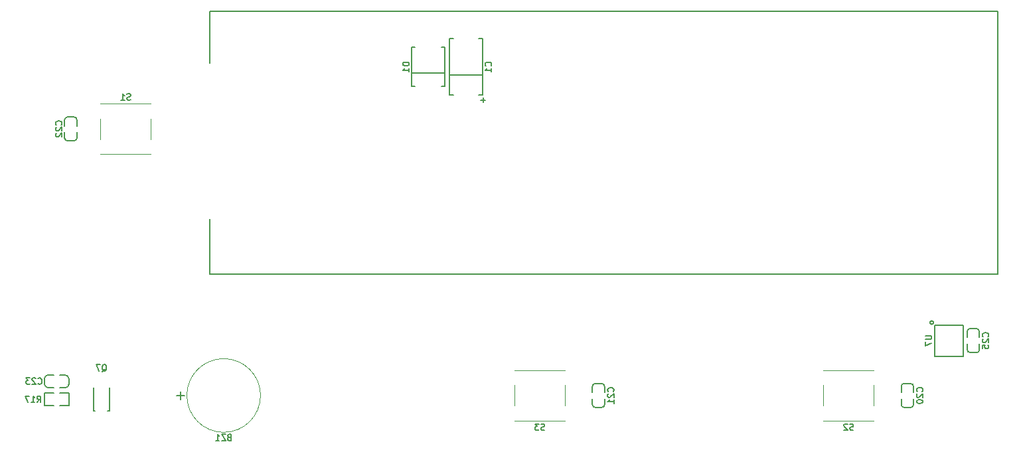
<source format=gbo>
G04 #@! TF.GenerationSoftware,KiCad,Pcbnew,(5.1.4)-1*
G04 #@! TF.CreationDate,2020-04-03T20:38:11+08:00*
G04 #@! TF.ProjectId,SmartAPS,536d6172-7441-4505-932e-6b696361645f,1.0*
G04 #@! TF.SameCoordinates,PX5f5e100PY7bfa480*
G04 #@! TF.FileFunction,Legend,Bot*
G04 #@! TF.FilePolarity,Positive*
%FSLAX46Y46*%
G04 Gerber Fmt 4.6, Leading zero omitted, Abs format (unit mm)*
G04 Created by KiCad (PCBNEW (5.1.4)-1) date 2020-04-03 20:38:11*
%MOMM*%
%LPD*%
G04 APERTURE LIST*
%ADD10C,0.150000*%
%ADD11C,0.120000*%
%ADD12C,0.200000*%
G04 APERTURE END LIST*
D10*
X28750000Y25490000D02*
X28750000Y32500000D01*
X28750000Y58990000D02*
X28750000Y52400000D01*
X28750000Y58990000D02*
X129250000Y58990000D01*
X129250000Y58990000D02*
X129250000Y25490000D01*
X129250000Y25490000D02*
X28750000Y25490000D01*
X126490000Y18535000D02*
X125710000Y18535000D01*
X126890000Y15865000D02*
X126890000Y16600000D01*
X125310000Y15865000D02*
X125310000Y16600000D01*
X125310000Y17400000D02*
X125310000Y18135000D01*
X125710000Y15465000D02*
X126490000Y15465000D01*
X126890000Y17400000D02*
X126890000Y18135000D01*
X125710000Y18535000D02*
G75*
G03X125310000Y18135000I0J-400000D01*
G01*
X126890000Y18135000D02*
G75*
G03X126490000Y18535000I-400000J0D01*
G01*
X126490000Y15465000D02*
G75*
G03X126890000Y15865000I0J400000D01*
G01*
X125310000Y15865000D02*
G75*
G03X125710000Y15465000I400000J0D01*
G01*
X7665000Y12190000D02*
X7665000Y11410000D01*
X10335000Y12590000D02*
X9600000Y12590000D01*
X10335000Y11010000D02*
X9600000Y11010000D01*
X8800000Y11010000D02*
X8065000Y11010000D01*
X10735000Y11410000D02*
X10735000Y12190000D01*
X8800000Y12590000D02*
X8065000Y12590000D01*
X7665000Y11410000D02*
G75*
G03X8065000Y11010000I400000J0D01*
G01*
X8065000Y12590000D02*
G75*
G03X7665000Y12190000I0J-400000D01*
G01*
X10735000Y12190000D02*
G75*
G03X10335000Y12590000I-400000J0D01*
G01*
X10335000Y11010000D02*
G75*
G03X10735000Y11410000I0J400000D01*
G01*
X11390000Y45535000D02*
X10610000Y45535000D01*
X11790000Y42865000D02*
X11790000Y43600000D01*
X10210000Y42865000D02*
X10210000Y43600000D01*
X10210000Y44400000D02*
X10210000Y45135000D01*
X10610000Y42465000D02*
X11390000Y42465000D01*
X11790000Y44400000D02*
X11790000Y45135000D01*
X10610000Y45535000D02*
G75*
G03X10210000Y45135000I0J-400000D01*
G01*
X11790000Y45135000D02*
G75*
G03X11390000Y45535000I-400000J0D01*
G01*
X11390000Y42465000D02*
G75*
G03X11790000Y42865000I0J400000D01*
G01*
X10210000Y42865000D02*
G75*
G03X10610000Y42465000I400000J0D01*
G01*
X77910000Y8465000D02*
X78690000Y8465000D01*
X77510000Y11135000D02*
X77510000Y10400000D01*
X79090000Y11135000D02*
X79090000Y10400000D01*
X79090000Y9600000D02*
X79090000Y8865000D01*
X78690000Y11535000D02*
X77910000Y11535000D01*
X77510000Y9600000D02*
X77510000Y8865000D01*
X78690000Y8465000D02*
G75*
G03X79090000Y8865000I0J400000D01*
G01*
X77510000Y8865000D02*
G75*
G03X77910000Y8465000I400000J0D01*
G01*
X77910000Y11535000D02*
G75*
G03X77510000Y11135000I0J-400000D01*
G01*
X79090000Y11135000D02*
G75*
G03X78690000Y11535000I-400000J0D01*
G01*
X117310000Y8465000D02*
X118090000Y8465000D01*
X116910000Y11135000D02*
X116910000Y10400000D01*
X118490000Y11135000D02*
X118490000Y10400000D01*
X118490000Y9600000D02*
X118490000Y8865000D01*
X118090000Y11535000D02*
X117310000Y11535000D01*
X116910000Y9600000D02*
X116910000Y8865000D01*
X118090000Y8465000D02*
G75*
G03X118490000Y8865000I0J400000D01*
G01*
X116910000Y8865000D02*
G75*
G03X117310000Y8465000I400000J0D01*
G01*
X117310000Y11535000D02*
G75*
G03X116910000Y11135000I0J-400000D01*
G01*
X118490000Y11135000D02*
G75*
G03X118090000Y11535000I-400000J0D01*
G01*
X25000000Y9500000D02*
X25000000Y10500000D01*
X25500000Y10000000D02*
X24500000Y10000000D01*
D11*
X35200000Y10000000D02*
G75*
G03X35200000Y10000000I-4700000J0D01*
G01*
X67570000Y13230000D02*
X74030000Y13230000D01*
X67570000Y8700000D02*
X67570000Y11300000D01*
X67570000Y6770000D02*
X74030000Y6770000D01*
X74030000Y8700000D02*
X74030000Y11300000D01*
X67570000Y6800000D02*
X67570000Y6770000D01*
X67570000Y13230000D02*
X67570000Y13200000D01*
X74030000Y13230000D02*
X74030000Y13200000D01*
X74030000Y6770000D02*
X74030000Y6800000D01*
X106970000Y13230000D02*
X113430000Y13230000D01*
X106970000Y8700000D02*
X106970000Y11300000D01*
X106970000Y6770000D02*
X113430000Y6770000D01*
X113430000Y8700000D02*
X113430000Y11300000D01*
X106970000Y6800000D02*
X106970000Y6770000D01*
X106970000Y13230000D02*
X106970000Y13200000D01*
X113430000Y13230000D02*
X113430000Y13200000D01*
X113430000Y6770000D02*
X113430000Y6800000D01*
X21230000Y40770000D02*
X14770000Y40770000D01*
X21230000Y45300000D02*
X21230000Y42700000D01*
X21230000Y47230000D02*
X14770000Y47230000D01*
X14770000Y45300000D02*
X14770000Y42700000D01*
X21230000Y47200000D02*
X21230000Y47230000D01*
X21230000Y40770000D02*
X21230000Y40800000D01*
X14770000Y40770000D02*
X14770000Y40800000D01*
X14770000Y47230000D02*
X14770000Y47200000D01*
D10*
X121200000Y15000000D02*
X124800000Y15000000D01*
X124800000Y15000000D02*
X124800000Y19000000D01*
X124800000Y19000000D02*
X121200000Y19000000D01*
X121200000Y19000000D02*
X121200000Y15000000D01*
X121023607Y19300000D02*
G75*
G03X121023607Y19300000I-223607J0D01*
G01*
X15900000Y8000000D02*
X15900000Y11000000D01*
X15700000Y8000000D02*
X15900000Y8000000D01*
X13900000Y8000000D02*
X14100000Y8000000D01*
X13900000Y11000000D02*
X13900000Y8000000D01*
D12*
X10735000Y10290000D02*
X9600000Y10290000D01*
X7665000Y8710000D02*
X7665000Y10290000D01*
X10735000Y8710000D02*
X10735000Y10290000D01*
X8800000Y10290000D02*
X7665000Y10290000D01*
X10735000Y8710000D02*
X9600000Y8710000D01*
X8800000Y8710000D02*
X7665000Y8710000D01*
D10*
X58300000Y49400000D02*
X58700000Y49400000D01*
X58700000Y49400000D02*
X58700000Y54400000D01*
X58300000Y54400000D02*
X58700000Y54400000D01*
X54500000Y49400000D02*
X54900000Y49400000D01*
X54500000Y49400000D02*
X54500000Y54400000D01*
X54500000Y54400000D02*
X54900000Y54400000D01*
X54500000Y51100000D02*
X58700000Y51100000D01*
X63500000Y50900000D02*
X59300000Y50900000D01*
X59300000Y48300000D02*
X59800000Y48300000D01*
X59300000Y55500000D02*
X59300000Y48300000D01*
X59800000Y55500000D02*
X59300000Y55500000D01*
X63500000Y55500000D02*
X63000000Y55500000D01*
X63500000Y48300000D02*
X63500000Y55500000D01*
X63000000Y48300000D02*
X63500000Y48300000D01*
X63600000Y47400000D02*
X63600000Y48000000D01*
X63900000Y47700000D02*
X63300000Y47700000D01*
X127985714Y17514286D02*
X128023809Y17552381D01*
X128061904Y17666667D01*
X128061904Y17742858D01*
X128023809Y17857143D01*
X127947619Y17933334D01*
X127871428Y17971429D01*
X127719047Y18009524D01*
X127604761Y18009524D01*
X127452380Y17971429D01*
X127376190Y17933334D01*
X127300000Y17857143D01*
X127261904Y17742858D01*
X127261904Y17666667D01*
X127300000Y17552381D01*
X127338095Y17514286D01*
X127338095Y17209524D02*
X127300000Y17171429D01*
X127261904Y17095239D01*
X127261904Y16904762D01*
X127300000Y16828572D01*
X127338095Y16790477D01*
X127414285Y16752381D01*
X127490476Y16752381D01*
X127604761Y16790477D01*
X128061904Y17247620D01*
X128061904Y16752381D01*
X127261904Y16028572D02*
X127261904Y16409524D01*
X127642857Y16447620D01*
X127604761Y16409524D01*
X127566666Y16333334D01*
X127566666Y16142858D01*
X127604761Y16066667D01*
X127642857Y16028572D01*
X127719047Y15990477D01*
X127909523Y15990477D01*
X127985714Y16028572D01*
X128023809Y16066667D01*
X128061904Y16142858D01*
X128061904Y16333334D01*
X128023809Y16409524D01*
X127985714Y16447620D01*
X6814285Y11514286D02*
X6852380Y11476191D01*
X6966666Y11438096D01*
X7042857Y11438096D01*
X7157142Y11476191D01*
X7233333Y11552381D01*
X7271428Y11628572D01*
X7309523Y11780953D01*
X7309523Y11895239D01*
X7271428Y12047620D01*
X7233333Y12123810D01*
X7157142Y12200000D01*
X7042857Y12238096D01*
X6966666Y12238096D01*
X6852380Y12200000D01*
X6814285Y12161905D01*
X6509523Y12161905D02*
X6471428Y12200000D01*
X6395238Y12238096D01*
X6204761Y12238096D01*
X6128571Y12200000D01*
X6090476Y12161905D01*
X6052380Y12085715D01*
X6052380Y12009524D01*
X6090476Y11895239D01*
X6547619Y11438096D01*
X6052380Y11438096D01*
X5785714Y12238096D02*
X5290476Y12238096D01*
X5557142Y11933334D01*
X5442857Y11933334D01*
X5366666Y11895239D01*
X5328571Y11857143D01*
X5290476Y11780953D01*
X5290476Y11590477D01*
X5328571Y11514286D01*
X5366666Y11476191D01*
X5442857Y11438096D01*
X5671428Y11438096D01*
X5747619Y11476191D01*
X5785714Y11514286D01*
X9785714Y44514286D02*
X9823809Y44552381D01*
X9861904Y44666667D01*
X9861904Y44742858D01*
X9823809Y44857143D01*
X9747619Y44933334D01*
X9671428Y44971429D01*
X9519047Y45009524D01*
X9404761Y45009524D01*
X9252380Y44971429D01*
X9176190Y44933334D01*
X9100000Y44857143D01*
X9061904Y44742858D01*
X9061904Y44666667D01*
X9100000Y44552381D01*
X9138095Y44514286D01*
X9138095Y44209524D02*
X9100000Y44171429D01*
X9061904Y44095239D01*
X9061904Y43904762D01*
X9100000Y43828572D01*
X9138095Y43790477D01*
X9214285Y43752381D01*
X9290476Y43752381D01*
X9404761Y43790477D01*
X9861904Y44247620D01*
X9861904Y43752381D01*
X9138095Y43447620D02*
X9100000Y43409524D01*
X9061904Y43333334D01*
X9061904Y43142858D01*
X9100000Y43066667D01*
X9138095Y43028572D01*
X9214285Y42990477D01*
X9290476Y42990477D01*
X9404761Y43028572D01*
X9861904Y43485715D01*
X9861904Y42990477D01*
X80185714Y10514286D02*
X80223809Y10552381D01*
X80261904Y10666667D01*
X80261904Y10742858D01*
X80223809Y10857143D01*
X80147619Y10933334D01*
X80071428Y10971429D01*
X79919047Y11009524D01*
X79804761Y11009524D01*
X79652380Y10971429D01*
X79576190Y10933334D01*
X79500000Y10857143D01*
X79461904Y10742858D01*
X79461904Y10666667D01*
X79500000Y10552381D01*
X79538095Y10514286D01*
X79538095Y10209524D02*
X79500000Y10171429D01*
X79461904Y10095239D01*
X79461904Y9904762D01*
X79500000Y9828572D01*
X79538095Y9790477D01*
X79614285Y9752381D01*
X79690476Y9752381D01*
X79804761Y9790477D01*
X80261904Y10247620D01*
X80261904Y9752381D01*
X80261904Y8990477D02*
X80261904Y9447620D01*
X80261904Y9219048D02*
X79461904Y9219048D01*
X79576190Y9295239D01*
X79652380Y9371429D01*
X79690476Y9447620D01*
X119585714Y10514286D02*
X119623809Y10552381D01*
X119661904Y10666667D01*
X119661904Y10742858D01*
X119623809Y10857143D01*
X119547619Y10933334D01*
X119471428Y10971429D01*
X119319047Y11009524D01*
X119204761Y11009524D01*
X119052380Y10971429D01*
X118976190Y10933334D01*
X118900000Y10857143D01*
X118861904Y10742858D01*
X118861904Y10666667D01*
X118900000Y10552381D01*
X118938095Y10514286D01*
X118938095Y10209524D02*
X118900000Y10171429D01*
X118861904Y10095239D01*
X118861904Y9904762D01*
X118900000Y9828572D01*
X118938095Y9790477D01*
X119014285Y9752381D01*
X119090476Y9752381D01*
X119204761Y9790477D01*
X119661904Y10247620D01*
X119661904Y9752381D01*
X118861904Y9257143D02*
X118861904Y9180953D01*
X118900000Y9104762D01*
X118938095Y9066667D01*
X119014285Y9028572D01*
X119166666Y8990477D01*
X119357142Y8990477D01*
X119509523Y9028572D01*
X119585714Y9066667D01*
X119623809Y9104762D01*
X119661904Y9180953D01*
X119661904Y9257143D01*
X119623809Y9333334D01*
X119585714Y9371429D01*
X119509523Y9409524D01*
X119357142Y9447620D01*
X119166666Y9447620D01*
X119014285Y9409524D01*
X118938095Y9371429D01*
X118900000Y9333334D01*
X118861904Y9257143D01*
X31204761Y4657143D02*
X31090476Y4619048D01*
X31052380Y4580953D01*
X31014285Y4504762D01*
X31014285Y4390477D01*
X31052380Y4314286D01*
X31090476Y4276191D01*
X31166666Y4238096D01*
X31471428Y4238096D01*
X31471428Y5038096D01*
X31204761Y5038096D01*
X31128571Y5000000D01*
X31090476Y4961905D01*
X31052380Y4885715D01*
X31052380Y4809524D01*
X31090476Y4733334D01*
X31128571Y4695239D01*
X31204761Y4657143D01*
X31471428Y4657143D01*
X30747619Y5038096D02*
X30214285Y5038096D01*
X30747619Y4238096D01*
X30214285Y4238096D01*
X29490476Y4238096D02*
X29947619Y4238096D01*
X29719047Y4238096D02*
X29719047Y5038096D01*
X29795238Y4923810D01*
X29871428Y4847620D01*
X29947619Y4809524D01*
X71409523Y5626191D02*
X71295238Y5588096D01*
X71104761Y5588096D01*
X71028571Y5626191D01*
X70990476Y5664286D01*
X70952380Y5740477D01*
X70952380Y5816667D01*
X70990476Y5892858D01*
X71028571Y5930953D01*
X71104761Y5969048D01*
X71257142Y6007143D01*
X71333333Y6045239D01*
X71371428Y6083334D01*
X71409523Y6159524D01*
X71409523Y6235715D01*
X71371428Y6311905D01*
X71333333Y6350000D01*
X71257142Y6388096D01*
X71066666Y6388096D01*
X70952380Y6350000D01*
X70685714Y6388096D02*
X70190476Y6388096D01*
X70457142Y6083334D01*
X70342857Y6083334D01*
X70266666Y6045239D01*
X70228571Y6007143D01*
X70190476Y5930953D01*
X70190476Y5740477D01*
X70228571Y5664286D01*
X70266666Y5626191D01*
X70342857Y5588096D01*
X70571428Y5588096D01*
X70647619Y5626191D01*
X70685714Y5664286D01*
X110809523Y5626191D02*
X110695238Y5588096D01*
X110504761Y5588096D01*
X110428571Y5626191D01*
X110390476Y5664286D01*
X110352380Y5740477D01*
X110352380Y5816667D01*
X110390476Y5892858D01*
X110428571Y5930953D01*
X110504761Y5969048D01*
X110657142Y6007143D01*
X110733333Y6045239D01*
X110771428Y6083334D01*
X110809523Y6159524D01*
X110809523Y6235715D01*
X110771428Y6311905D01*
X110733333Y6350000D01*
X110657142Y6388096D01*
X110466666Y6388096D01*
X110352380Y6350000D01*
X110047619Y6311905D02*
X110009523Y6350000D01*
X109933333Y6388096D01*
X109742857Y6388096D01*
X109666666Y6350000D01*
X109628571Y6311905D01*
X109590476Y6235715D01*
X109590476Y6159524D01*
X109628571Y6045239D01*
X110085714Y5588096D01*
X109590476Y5588096D01*
X18609523Y47726191D02*
X18495238Y47688096D01*
X18304761Y47688096D01*
X18228571Y47726191D01*
X18190476Y47764286D01*
X18152380Y47840477D01*
X18152380Y47916667D01*
X18190476Y47992858D01*
X18228571Y48030953D01*
X18304761Y48069048D01*
X18457142Y48107143D01*
X18533333Y48145239D01*
X18571428Y48183334D01*
X18609523Y48259524D01*
X18609523Y48335715D01*
X18571428Y48411905D01*
X18533333Y48450000D01*
X18457142Y48488096D01*
X18266666Y48488096D01*
X18152380Y48450000D01*
X17390476Y47688096D02*
X17847619Y47688096D01*
X17619047Y47688096D02*
X17619047Y48488096D01*
X17695238Y48373810D01*
X17771428Y48297620D01*
X17847619Y48259524D01*
X119961904Y17609524D02*
X120609523Y17609524D01*
X120685714Y17571429D01*
X120723809Y17533334D01*
X120761904Y17457143D01*
X120761904Y17304762D01*
X120723809Y17228572D01*
X120685714Y17190477D01*
X120609523Y17152381D01*
X119961904Y17152381D01*
X119961904Y16847620D02*
X119961904Y16314286D01*
X120761904Y16657143D01*
X14976190Y13061905D02*
X15052380Y13100000D01*
X15128571Y13176191D01*
X15242857Y13290477D01*
X15319047Y13328572D01*
X15395238Y13328572D01*
X15357142Y13138096D02*
X15433333Y13176191D01*
X15509523Y13252381D01*
X15547619Y13404762D01*
X15547619Y13671429D01*
X15509523Y13823810D01*
X15433333Y13900000D01*
X15357142Y13938096D01*
X15204761Y13938096D01*
X15128571Y13900000D01*
X15052380Y13823810D01*
X15014285Y13671429D01*
X15014285Y13404762D01*
X15052380Y13252381D01*
X15128571Y13176191D01*
X15204761Y13138096D01*
X15357142Y13138096D01*
X14747619Y13938096D02*
X14214285Y13938096D01*
X14557142Y13138096D01*
X6714285Y9138096D02*
X6980952Y9519048D01*
X7171428Y9138096D02*
X7171428Y9938096D01*
X6866666Y9938096D01*
X6790476Y9900000D01*
X6752380Y9861905D01*
X6714285Y9785715D01*
X6714285Y9671429D01*
X6752380Y9595239D01*
X6790476Y9557143D01*
X6866666Y9519048D01*
X7171428Y9519048D01*
X5952380Y9138096D02*
X6409523Y9138096D01*
X6180952Y9138096D02*
X6180952Y9938096D01*
X6257142Y9823810D01*
X6333333Y9747620D01*
X6409523Y9709524D01*
X5685714Y9938096D02*
X5152380Y9938096D01*
X5495238Y9138096D01*
X54161904Y52490477D02*
X53361904Y52490477D01*
X53361904Y52300000D01*
X53400000Y52185715D01*
X53476190Y52109524D01*
X53552380Y52071429D01*
X53704761Y52033334D01*
X53819047Y52033334D01*
X53971428Y52071429D01*
X54047619Y52109524D01*
X54123809Y52185715D01*
X54161904Y52300000D01*
X54161904Y52490477D01*
X54161904Y51271429D02*
X54161904Y51728572D01*
X54161904Y51500000D02*
X53361904Y51500000D01*
X53476190Y51576191D01*
X53552380Y51652381D01*
X53590476Y51728572D01*
X64585714Y52033334D02*
X64623809Y52071429D01*
X64661904Y52185715D01*
X64661904Y52261905D01*
X64623809Y52376191D01*
X64547619Y52452381D01*
X64471428Y52490477D01*
X64319047Y52528572D01*
X64204761Y52528572D01*
X64052380Y52490477D01*
X63976190Y52452381D01*
X63900000Y52376191D01*
X63861904Y52261905D01*
X63861904Y52185715D01*
X63900000Y52071429D01*
X63938095Y52033334D01*
X64661904Y51271429D02*
X64661904Y51728572D01*
X64661904Y51500000D02*
X63861904Y51500000D01*
X63976190Y51576191D01*
X64052380Y51652381D01*
X64090476Y51728572D01*
M02*

</source>
